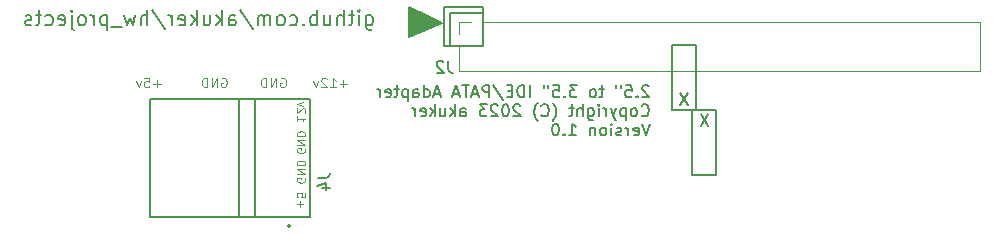
<source format=gbr>
%TF.GenerationSoftware,KiCad,Pcbnew,7.0.1*%
%TF.CreationDate,2023-04-11T11:00:07-05:00*%
%TF.ProjectId,ata_40_to_ata_44_adapter,6174615f-3430-45f7-946f-5f6174615f34,rev?*%
%TF.SameCoordinates,Original*%
%TF.FileFunction,Legend,Bot*%
%TF.FilePolarity,Positive*%
%FSLAX46Y46*%
G04 Gerber Fmt 4.6, Leading zero omitted, Abs format (unit mm)*
G04 Created by KiCad (PCBNEW 7.0.1) date 2023-04-11 11:00:07*
%MOMM*%
%LPD*%
G01*
G04 APERTURE LIST*
%ADD10C,0.150000*%
%ADD11C,0.200000*%
%ADD12C,0.110000*%
%ADD13C,0.100000*%
%ADD14C,0.127000*%
%ADD15C,0.120000*%
%ADD16C,2.700000*%
%ADD17C,1.408000*%
%ADD18R,1.408000X1.408000*%
%ADD19C,2.780000*%
%ADD20R,2.780000X2.780000*%
%ADD21R,1.350000X1.350000*%
%ADD22O,1.350000X1.350000*%
%ADD23R,1.700000X1.700000*%
%ADD24O,1.700000X1.700000*%
G04 APERTURE END LIST*
D10*
X111000000Y-67300000D02*
X113785000Y-67300000D01*
X113785000Y-70120000D01*
X111000000Y-70120000D01*
X111000000Y-67300000D01*
X110500000Y-66800000D02*
X113785000Y-66800000D01*
X113785000Y-70120000D01*
X110500000Y-70120000D01*
X110500000Y-66800000D01*
X110272414Y-68168966D02*
X107472414Y-69368966D01*
X107472414Y-66768966D01*
X110272414Y-68168966D01*
G36*
X110272414Y-68168966D02*
G01*
X107472414Y-69368966D01*
X107472414Y-66768966D01*
X110272414Y-68168966D01*
G37*
D11*
X103866666Y-67513690D02*
X103866666Y-68525595D01*
X103866666Y-68525595D02*
X103926190Y-68644642D01*
X103926190Y-68644642D02*
X103985714Y-68704166D01*
X103985714Y-68704166D02*
X104104761Y-68763690D01*
X104104761Y-68763690D02*
X104283333Y-68763690D01*
X104283333Y-68763690D02*
X104402380Y-68704166D01*
X103866666Y-68287500D02*
X103985714Y-68347023D01*
X103985714Y-68347023D02*
X104223809Y-68347023D01*
X104223809Y-68347023D02*
X104342857Y-68287500D01*
X104342857Y-68287500D02*
X104402380Y-68227976D01*
X104402380Y-68227976D02*
X104461904Y-68108928D01*
X104461904Y-68108928D02*
X104461904Y-67751785D01*
X104461904Y-67751785D02*
X104402380Y-67632738D01*
X104402380Y-67632738D02*
X104342857Y-67573214D01*
X104342857Y-67573214D02*
X104223809Y-67513690D01*
X104223809Y-67513690D02*
X103985714Y-67513690D01*
X103985714Y-67513690D02*
X103866666Y-67573214D01*
X103271428Y-68347023D02*
X103271428Y-67513690D01*
X103271428Y-67097023D02*
X103330952Y-67156547D01*
X103330952Y-67156547D02*
X103271428Y-67216071D01*
X103271428Y-67216071D02*
X103211905Y-67156547D01*
X103211905Y-67156547D02*
X103271428Y-67097023D01*
X103271428Y-67097023D02*
X103271428Y-67216071D01*
X102854762Y-67513690D02*
X102378571Y-67513690D01*
X102676190Y-67097023D02*
X102676190Y-68168452D01*
X102676190Y-68168452D02*
X102616667Y-68287500D01*
X102616667Y-68287500D02*
X102497619Y-68347023D01*
X102497619Y-68347023D02*
X102378571Y-68347023D01*
X101961904Y-68347023D02*
X101961904Y-67097023D01*
X101426190Y-68347023D02*
X101426190Y-67692261D01*
X101426190Y-67692261D02*
X101485714Y-67573214D01*
X101485714Y-67573214D02*
X101604762Y-67513690D01*
X101604762Y-67513690D02*
X101783333Y-67513690D01*
X101783333Y-67513690D02*
X101902381Y-67573214D01*
X101902381Y-67573214D02*
X101961904Y-67632738D01*
X100295238Y-67513690D02*
X100295238Y-68347023D01*
X100830952Y-67513690D02*
X100830952Y-68168452D01*
X100830952Y-68168452D02*
X100771429Y-68287500D01*
X100771429Y-68287500D02*
X100652381Y-68347023D01*
X100652381Y-68347023D02*
X100473810Y-68347023D01*
X100473810Y-68347023D02*
X100354762Y-68287500D01*
X100354762Y-68287500D02*
X100295238Y-68227976D01*
X99700000Y-68347023D02*
X99700000Y-67097023D01*
X99700000Y-67573214D02*
X99580953Y-67513690D01*
X99580953Y-67513690D02*
X99342858Y-67513690D01*
X99342858Y-67513690D02*
X99223810Y-67573214D01*
X99223810Y-67573214D02*
X99164286Y-67632738D01*
X99164286Y-67632738D02*
X99104762Y-67751785D01*
X99104762Y-67751785D02*
X99104762Y-68108928D01*
X99104762Y-68108928D02*
X99164286Y-68227976D01*
X99164286Y-68227976D02*
X99223810Y-68287500D01*
X99223810Y-68287500D02*
X99342858Y-68347023D01*
X99342858Y-68347023D02*
X99580953Y-68347023D01*
X99580953Y-68347023D02*
X99700000Y-68287500D01*
X98569048Y-68227976D02*
X98509525Y-68287500D01*
X98509525Y-68287500D02*
X98569048Y-68347023D01*
X98569048Y-68347023D02*
X98628572Y-68287500D01*
X98628572Y-68287500D02*
X98569048Y-68227976D01*
X98569048Y-68227976D02*
X98569048Y-68347023D01*
X97438096Y-68287500D02*
X97557144Y-68347023D01*
X97557144Y-68347023D02*
X97795239Y-68347023D01*
X97795239Y-68347023D02*
X97914287Y-68287500D01*
X97914287Y-68287500D02*
X97973810Y-68227976D01*
X97973810Y-68227976D02*
X98033334Y-68108928D01*
X98033334Y-68108928D02*
X98033334Y-67751785D01*
X98033334Y-67751785D02*
X97973810Y-67632738D01*
X97973810Y-67632738D02*
X97914287Y-67573214D01*
X97914287Y-67573214D02*
X97795239Y-67513690D01*
X97795239Y-67513690D02*
X97557144Y-67513690D01*
X97557144Y-67513690D02*
X97438096Y-67573214D01*
X96723810Y-68347023D02*
X96842858Y-68287500D01*
X96842858Y-68287500D02*
X96902381Y-68227976D01*
X96902381Y-68227976D02*
X96961905Y-68108928D01*
X96961905Y-68108928D02*
X96961905Y-67751785D01*
X96961905Y-67751785D02*
X96902381Y-67632738D01*
X96902381Y-67632738D02*
X96842858Y-67573214D01*
X96842858Y-67573214D02*
X96723810Y-67513690D01*
X96723810Y-67513690D02*
X96545239Y-67513690D01*
X96545239Y-67513690D02*
X96426191Y-67573214D01*
X96426191Y-67573214D02*
X96366667Y-67632738D01*
X96366667Y-67632738D02*
X96307143Y-67751785D01*
X96307143Y-67751785D02*
X96307143Y-68108928D01*
X96307143Y-68108928D02*
X96366667Y-68227976D01*
X96366667Y-68227976D02*
X96426191Y-68287500D01*
X96426191Y-68287500D02*
X96545239Y-68347023D01*
X96545239Y-68347023D02*
X96723810Y-68347023D01*
X95771429Y-68347023D02*
X95771429Y-67513690D01*
X95771429Y-67632738D02*
X95711906Y-67573214D01*
X95711906Y-67573214D02*
X95592858Y-67513690D01*
X95592858Y-67513690D02*
X95414287Y-67513690D01*
X95414287Y-67513690D02*
X95295239Y-67573214D01*
X95295239Y-67573214D02*
X95235715Y-67692261D01*
X95235715Y-67692261D02*
X95235715Y-68347023D01*
X95235715Y-67692261D02*
X95176191Y-67573214D01*
X95176191Y-67573214D02*
X95057144Y-67513690D01*
X95057144Y-67513690D02*
X94878572Y-67513690D01*
X94878572Y-67513690D02*
X94759525Y-67573214D01*
X94759525Y-67573214D02*
X94700001Y-67692261D01*
X94700001Y-67692261D02*
X94700001Y-68347023D01*
X93211905Y-67037500D02*
X94283334Y-68644642D01*
X92259524Y-68347023D02*
X92259524Y-67692261D01*
X92259524Y-67692261D02*
X92319048Y-67573214D01*
X92319048Y-67573214D02*
X92438096Y-67513690D01*
X92438096Y-67513690D02*
X92676191Y-67513690D01*
X92676191Y-67513690D02*
X92795238Y-67573214D01*
X92259524Y-68287500D02*
X92378572Y-68347023D01*
X92378572Y-68347023D02*
X92676191Y-68347023D01*
X92676191Y-68347023D02*
X92795238Y-68287500D01*
X92795238Y-68287500D02*
X92854762Y-68168452D01*
X92854762Y-68168452D02*
X92854762Y-68049404D01*
X92854762Y-68049404D02*
X92795238Y-67930357D01*
X92795238Y-67930357D02*
X92676191Y-67870833D01*
X92676191Y-67870833D02*
X92378572Y-67870833D01*
X92378572Y-67870833D02*
X92259524Y-67811309D01*
X91664286Y-68347023D02*
X91664286Y-67097023D01*
X91545239Y-67870833D02*
X91188096Y-68347023D01*
X91188096Y-67513690D02*
X91664286Y-67989880D01*
X90116667Y-67513690D02*
X90116667Y-68347023D01*
X90652381Y-67513690D02*
X90652381Y-68168452D01*
X90652381Y-68168452D02*
X90592858Y-68287500D01*
X90592858Y-68287500D02*
X90473810Y-68347023D01*
X90473810Y-68347023D02*
X90295239Y-68347023D01*
X90295239Y-68347023D02*
X90176191Y-68287500D01*
X90176191Y-68287500D02*
X90116667Y-68227976D01*
X89521429Y-68347023D02*
X89521429Y-67097023D01*
X89402382Y-67870833D02*
X89045239Y-68347023D01*
X89045239Y-67513690D02*
X89521429Y-67989880D01*
X88033334Y-68287500D02*
X88152382Y-68347023D01*
X88152382Y-68347023D02*
X88390477Y-68347023D01*
X88390477Y-68347023D02*
X88509524Y-68287500D01*
X88509524Y-68287500D02*
X88569048Y-68168452D01*
X88569048Y-68168452D02*
X88569048Y-67692261D01*
X88569048Y-67692261D02*
X88509524Y-67573214D01*
X88509524Y-67573214D02*
X88390477Y-67513690D01*
X88390477Y-67513690D02*
X88152382Y-67513690D01*
X88152382Y-67513690D02*
X88033334Y-67573214D01*
X88033334Y-67573214D02*
X87973810Y-67692261D01*
X87973810Y-67692261D02*
X87973810Y-67811309D01*
X87973810Y-67811309D02*
X88569048Y-67930357D01*
X87438095Y-68347023D02*
X87438095Y-67513690D01*
X87438095Y-67751785D02*
X87378572Y-67632738D01*
X87378572Y-67632738D02*
X87319048Y-67573214D01*
X87319048Y-67573214D02*
X87200000Y-67513690D01*
X87200000Y-67513690D02*
X87080953Y-67513690D01*
X85771428Y-67037500D02*
X86842857Y-68644642D01*
X85354761Y-68347023D02*
X85354761Y-67097023D01*
X84819047Y-68347023D02*
X84819047Y-67692261D01*
X84819047Y-67692261D02*
X84878571Y-67573214D01*
X84878571Y-67573214D02*
X84997619Y-67513690D01*
X84997619Y-67513690D02*
X85176190Y-67513690D01*
X85176190Y-67513690D02*
X85295238Y-67573214D01*
X85295238Y-67573214D02*
X85354761Y-67632738D01*
X84342857Y-67513690D02*
X84104762Y-68347023D01*
X84104762Y-68347023D02*
X83866667Y-67751785D01*
X83866667Y-67751785D02*
X83628571Y-68347023D01*
X83628571Y-68347023D02*
X83390476Y-67513690D01*
X83211905Y-68466071D02*
X82259524Y-68466071D01*
X81961904Y-67513690D02*
X81961904Y-68763690D01*
X81961904Y-67573214D02*
X81842857Y-67513690D01*
X81842857Y-67513690D02*
X81604762Y-67513690D01*
X81604762Y-67513690D02*
X81485714Y-67573214D01*
X81485714Y-67573214D02*
X81426190Y-67632738D01*
X81426190Y-67632738D02*
X81366666Y-67751785D01*
X81366666Y-67751785D02*
X81366666Y-68108928D01*
X81366666Y-68108928D02*
X81426190Y-68227976D01*
X81426190Y-68227976D02*
X81485714Y-68287500D01*
X81485714Y-68287500D02*
X81604762Y-68347023D01*
X81604762Y-68347023D02*
X81842857Y-68347023D01*
X81842857Y-68347023D02*
X81961904Y-68287500D01*
X80830952Y-68347023D02*
X80830952Y-67513690D01*
X80830952Y-67751785D02*
X80771429Y-67632738D01*
X80771429Y-67632738D02*
X80711905Y-67573214D01*
X80711905Y-67573214D02*
X80592857Y-67513690D01*
X80592857Y-67513690D02*
X80473810Y-67513690D01*
X79878571Y-68347023D02*
X79997619Y-68287500D01*
X79997619Y-68287500D02*
X80057142Y-68227976D01*
X80057142Y-68227976D02*
X80116666Y-68108928D01*
X80116666Y-68108928D02*
X80116666Y-67751785D01*
X80116666Y-67751785D02*
X80057142Y-67632738D01*
X80057142Y-67632738D02*
X79997619Y-67573214D01*
X79997619Y-67573214D02*
X79878571Y-67513690D01*
X79878571Y-67513690D02*
X79700000Y-67513690D01*
X79700000Y-67513690D02*
X79580952Y-67573214D01*
X79580952Y-67573214D02*
X79521428Y-67632738D01*
X79521428Y-67632738D02*
X79461904Y-67751785D01*
X79461904Y-67751785D02*
X79461904Y-68108928D01*
X79461904Y-68108928D02*
X79521428Y-68227976D01*
X79521428Y-68227976D02*
X79580952Y-68287500D01*
X79580952Y-68287500D02*
X79700000Y-68347023D01*
X79700000Y-68347023D02*
X79878571Y-68347023D01*
X78926190Y-67513690D02*
X78926190Y-68585119D01*
X78926190Y-68585119D02*
X78985714Y-68704166D01*
X78985714Y-68704166D02*
X79104762Y-68763690D01*
X79104762Y-68763690D02*
X79164286Y-68763690D01*
X78926190Y-67097023D02*
X78985714Y-67156547D01*
X78985714Y-67156547D02*
X78926190Y-67216071D01*
X78926190Y-67216071D02*
X78866667Y-67156547D01*
X78866667Y-67156547D02*
X78926190Y-67097023D01*
X78926190Y-67097023D02*
X78926190Y-67216071D01*
X77854762Y-68287500D02*
X77973810Y-68347023D01*
X77973810Y-68347023D02*
X78211905Y-68347023D01*
X78211905Y-68347023D02*
X78330952Y-68287500D01*
X78330952Y-68287500D02*
X78390476Y-68168452D01*
X78390476Y-68168452D02*
X78390476Y-67692261D01*
X78390476Y-67692261D02*
X78330952Y-67573214D01*
X78330952Y-67573214D02*
X78211905Y-67513690D01*
X78211905Y-67513690D02*
X77973810Y-67513690D01*
X77973810Y-67513690D02*
X77854762Y-67573214D01*
X77854762Y-67573214D02*
X77795238Y-67692261D01*
X77795238Y-67692261D02*
X77795238Y-67811309D01*
X77795238Y-67811309D02*
X78390476Y-67930357D01*
X76723809Y-68287500D02*
X76842857Y-68347023D01*
X76842857Y-68347023D02*
X77080952Y-68347023D01*
X77080952Y-68347023D02*
X77200000Y-68287500D01*
X77200000Y-68287500D02*
X77259523Y-68227976D01*
X77259523Y-68227976D02*
X77319047Y-68108928D01*
X77319047Y-68108928D02*
X77319047Y-67751785D01*
X77319047Y-67751785D02*
X77259523Y-67632738D01*
X77259523Y-67632738D02*
X77200000Y-67573214D01*
X77200000Y-67573214D02*
X77080952Y-67513690D01*
X77080952Y-67513690D02*
X76842857Y-67513690D01*
X76842857Y-67513690D02*
X76723809Y-67573214D01*
X76366666Y-67513690D02*
X75890475Y-67513690D01*
X76188094Y-67097023D02*
X76188094Y-68168452D01*
X76188094Y-68168452D02*
X76128571Y-68287500D01*
X76128571Y-68287500D02*
X76009523Y-68347023D01*
X76009523Y-68347023D02*
X75890475Y-68347023D01*
X75533332Y-68287500D02*
X75414285Y-68347023D01*
X75414285Y-68347023D02*
X75176189Y-68347023D01*
X75176189Y-68347023D02*
X75057142Y-68287500D01*
X75057142Y-68287500D02*
X74997618Y-68168452D01*
X74997618Y-68168452D02*
X74997618Y-68108928D01*
X74997618Y-68108928D02*
X75057142Y-67989880D01*
X75057142Y-67989880D02*
X75176189Y-67930357D01*
X75176189Y-67930357D02*
X75354761Y-67930357D01*
X75354761Y-67930357D02*
X75473808Y-67870833D01*
X75473808Y-67870833D02*
X75533332Y-67751785D01*
X75533332Y-67751785D02*
X75533332Y-67692261D01*
X75533332Y-67692261D02*
X75473808Y-67573214D01*
X75473808Y-67573214D02*
X75354761Y-67513690D01*
X75354761Y-67513690D02*
X75176189Y-67513690D01*
X75176189Y-67513690D02*
X75057142Y-67573214D01*
D10*
X127809523Y-73532857D02*
X127761904Y-73485238D01*
X127761904Y-73485238D02*
X127666666Y-73437619D01*
X127666666Y-73437619D02*
X127428571Y-73437619D01*
X127428571Y-73437619D02*
X127333333Y-73485238D01*
X127333333Y-73485238D02*
X127285714Y-73532857D01*
X127285714Y-73532857D02*
X127238095Y-73628095D01*
X127238095Y-73628095D02*
X127238095Y-73723333D01*
X127238095Y-73723333D02*
X127285714Y-73866190D01*
X127285714Y-73866190D02*
X127857142Y-74437619D01*
X127857142Y-74437619D02*
X127238095Y-74437619D01*
X126809523Y-74342380D02*
X126761904Y-74390000D01*
X126761904Y-74390000D02*
X126809523Y-74437619D01*
X126809523Y-74437619D02*
X126857142Y-74390000D01*
X126857142Y-74390000D02*
X126809523Y-74342380D01*
X126809523Y-74342380D02*
X126809523Y-74437619D01*
X125857143Y-73437619D02*
X126333333Y-73437619D01*
X126333333Y-73437619D02*
X126380952Y-73913809D01*
X126380952Y-73913809D02*
X126333333Y-73866190D01*
X126333333Y-73866190D02*
X126238095Y-73818571D01*
X126238095Y-73818571D02*
X126000000Y-73818571D01*
X126000000Y-73818571D02*
X125904762Y-73866190D01*
X125904762Y-73866190D02*
X125857143Y-73913809D01*
X125857143Y-73913809D02*
X125809524Y-74009047D01*
X125809524Y-74009047D02*
X125809524Y-74247142D01*
X125809524Y-74247142D02*
X125857143Y-74342380D01*
X125857143Y-74342380D02*
X125904762Y-74390000D01*
X125904762Y-74390000D02*
X126000000Y-74437619D01*
X126000000Y-74437619D02*
X126238095Y-74437619D01*
X126238095Y-74437619D02*
X126333333Y-74390000D01*
X126333333Y-74390000D02*
X126380952Y-74342380D01*
X125428571Y-73437619D02*
X125428571Y-73628095D01*
X125047619Y-73437619D02*
X125047619Y-73628095D01*
X123999999Y-73770952D02*
X123619047Y-73770952D01*
X123857142Y-73437619D02*
X123857142Y-74294761D01*
X123857142Y-74294761D02*
X123809523Y-74390000D01*
X123809523Y-74390000D02*
X123714285Y-74437619D01*
X123714285Y-74437619D02*
X123619047Y-74437619D01*
X123142856Y-74437619D02*
X123238094Y-74390000D01*
X123238094Y-74390000D02*
X123285713Y-74342380D01*
X123285713Y-74342380D02*
X123333332Y-74247142D01*
X123333332Y-74247142D02*
X123333332Y-73961428D01*
X123333332Y-73961428D02*
X123285713Y-73866190D01*
X123285713Y-73866190D02*
X123238094Y-73818571D01*
X123238094Y-73818571D02*
X123142856Y-73770952D01*
X123142856Y-73770952D02*
X122999999Y-73770952D01*
X122999999Y-73770952D02*
X122904761Y-73818571D01*
X122904761Y-73818571D02*
X122857142Y-73866190D01*
X122857142Y-73866190D02*
X122809523Y-73961428D01*
X122809523Y-73961428D02*
X122809523Y-74247142D01*
X122809523Y-74247142D02*
X122857142Y-74342380D01*
X122857142Y-74342380D02*
X122904761Y-74390000D01*
X122904761Y-74390000D02*
X122999999Y-74437619D01*
X122999999Y-74437619D02*
X123142856Y-74437619D01*
X121714284Y-73437619D02*
X121095237Y-73437619D01*
X121095237Y-73437619D02*
X121428570Y-73818571D01*
X121428570Y-73818571D02*
X121285713Y-73818571D01*
X121285713Y-73818571D02*
X121190475Y-73866190D01*
X121190475Y-73866190D02*
X121142856Y-73913809D01*
X121142856Y-73913809D02*
X121095237Y-74009047D01*
X121095237Y-74009047D02*
X121095237Y-74247142D01*
X121095237Y-74247142D02*
X121142856Y-74342380D01*
X121142856Y-74342380D02*
X121190475Y-74390000D01*
X121190475Y-74390000D02*
X121285713Y-74437619D01*
X121285713Y-74437619D02*
X121571427Y-74437619D01*
X121571427Y-74437619D02*
X121666665Y-74390000D01*
X121666665Y-74390000D02*
X121714284Y-74342380D01*
X120666665Y-74342380D02*
X120619046Y-74390000D01*
X120619046Y-74390000D02*
X120666665Y-74437619D01*
X120666665Y-74437619D02*
X120714284Y-74390000D01*
X120714284Y-74390000D02*
X120666665Y-74342380D01*
X120666665Y-74342380D02*
X120666665Y-74437619D01*
X119714285Y-73437619D02*
X120190475Y-73437619D01*
X120190475Y-73437619D02*
X120238094Y-73913809D01*
X120238094Y-73913809D02*
X120190475Y-73866190D01*
X120190475Y-73866190D02*
X120095237Y-73818571D01*
X120095237Y-73818571D02*
X119857142Y-73818571D01*
X119857142Y-73818571D02*
X119761904Y-73866190D01*
X119761904Y-73866190D02*
X119714285Y-73913809D01*
X119714285Y-73913809D02*
X119666666Y-74009047D01*
X119666666Y-74009047D02*
X119666666Y-74247142D01*
X119666666Y-74247142D02*
X119714285Y-74342380D01*
X119714285Y-74342380D02*
X119761904Y-74390000D01*
X119761904Y-74390000D02*
X119857142Y-74437619D01*
X119857142Y-74437619D02*
X120095237Y-74437619D01*
X120095237Y-74437619D02*
X120190475Y-74390000D01*
X120190475Y-74390000D02*
X120238094Y-74342380D01*
X119285713Y-73437619D02*
X119285713Y-73628095D01*
X118904761Y-73437619D02*
X118904761Y-73628095D01*
X117714284Y-74437619D02*
X117714284Y-73437619D01*
X117238094Y-74437619D02*
X117238094Y-73437619D01*
X117238094Y-73437619D02*
X116999999Y-73437619D01*
X116999999Y-73437619D02*
X116857142Y-73485238D01*
X116857142Y-73485238D02*
X116761904Y-73580476D01*
X116761904Y-73580476D02*
X116714285Y-73675714D01*
X116714285Y-73675714D02*
X116666666Y-73866190D01*
X116666666Y-73866190D02*
X116666666Y-74009047D01*
X116666666Y-74009047D02*
X116714285Y-74199523D01*
X116714285Y-74199523D02*
X116761904Y-74294761D01*
X116761904Y-74294761D02*
X116857142Y-74390000D01*
X116857142Y-74390000D02*
X116999999Y-74437619D01*
X116999999Y-74437619D02*
X117238094Y-74437619D01*
X116238094Y-73913809D02*
X115904761Y-73913809D01*
X115761904Y-74437619D02*
X116238094Y-74437619D01*
X116238094Y-74437619D02*
X116238094Y-73437619D01*
X116238094Y-73437619D02*
X115761904Y-73437619D01*
X114619047Y-73390000D02*
X115476189Y-74675714D01*
X114285713Y-74437619D02*
X114285713Y-73437619D01*
X114285713Y-73437619D02*
X113904761Y-73437619D01*
X113904761Y-73437619D02*
X113809523Y-73485238D01*
X113809523Y-73485238D02*
X113761904Y-73532857D01*
X113761904Y-73532857D02*
X113714285Y-73628095D01*
X113714285Y-73628095D02*
X113714285Y-73770952D01*
X113714285Y-73770952D02*
X113761904Y-73866190D01*
X113761904Y-73866190D02*
X113809523Y-73913809D01*
X113809523Y-73913809D02*
X113904761Y-73961428D01*
X113904761Y-73961428D02*
X114285713Y-73961428D01*
X113333332Y-74151904D02*
X112857142Y-74151904D01*
X113428570Y-74437619D02*
X113095237Y-73437619D01*
X113095237Y-73437619D02*
X112761904Y-74437619D01*
X112571427Y-73437619D02*
X111999999Y-73437619D01*
X112285713Y-74437619D02*
X112285713Y-73437619D01*
X111714284Y-74151904D02*
X111238094Y-74151904D01*
X111809522Y-74437619D02*
X111476189Y-73437619D01*
X111476189Y-73437619D02*
X111142856Y-74437619D01*
X110095236Y-74151904D02*
X109619046Y-74151904D01*
X110190474Y-74437619D02*
X109857141Y-73437619D01*
X109857141Y-73437619D02*
X109523808Y-74437619D01*
X108761903Y-74437619D02*
X108761903Y-73437619D01*
X108761903Y-74390000D02*
X108857141Y-74437619D01*
X108857141Y-74437619D02*
X109047617Y-74437619D01*
X109047617Y-74437619D02*
X109142855Y-74390000D01*
X109142855Y-74390000D02*
X109190474Y-74342380D01*
X109190474Y-74342380D02*
X109238093Y-74247142D01*
X109238093Y-74247142D02*
X109238093Y-73961428D01*
X109238093Y-73961428D02*
X109190474Y-73866190D01*
X109190474Y-73866190D02*
X109142855Y-73818571D01*
X109142855Y-73818571D02*
X109047617Y-73770952D01*
X109047617Y-73770952D02*
X108857141Y-73770952D01*
X108857141Y-73770952D02*
X108761903Y-73818571D01*
X107857141Y-74437619D02*
X107857141Y-73913809D01*
X107857141Y-73913809D02*
X107904760Y-73818571D01*
X107904760Y-73818571D02*
X107999998Y-73770952D01*
X107999998Y-73770952D02*
X108190474Y-73770952D01*
X108190474Y-73770952D02*
X108285712Y-73818571D01*
X107857141Y-74390000D02*
X107952379Y-74437619D01*
X107952379Y-74437619D02*
X108190474Y-74437619D01*
X108190474Y-74437619D02*
X108285712Y-74390000D01*
X108285712Y-74390000D02*
X108333331Y-74294761D01*
X108333331Y-74294761D02*
X108333331Y-74199523D01*
X108333331Y-74199523D02*
X108285712Y-74104285D01*
X108285712Y-74104285D02*
X108190474Y-74056666D01*
X108190474Y-74056666D02*
X107952379Y-74056666D01*
X107952379Y-74056666D02*
X107857141Y-74009047D01*
X107380950Y-73770952D02*
X107380950Y-74770952D01*
X107380950Y-73818571D02*
X107285712Y-73770952D01*
X107285712Y-73770952D02*
X107095236Y-73770952D01*
X107095236Y-73770952D02*
X106999998Y-73818571D01*
X106999998Y-73818571D02*
X106952379Y-73866190D01*
X106952379Y-73866190D02*
X106904760Y-73961428D01*
X106904760Y-73961428D02*
X106904760Y-74247142D01*
X106904760Y-74247142D02*
X106952379Y-74342380D01*
X106952379Y-74342380D02*
X106999998Y-74390000D01*
X106999998Y-74390000D02*
X107095236Y-74437619D01*
X107095236Y-74437619D02*
X107285712Y-74437619D01*
X107285712Y-74437619D02*
X107380950Y-74390000D01*
X106619045Y-73770952D02*
X106238093Y-73770952D01*
X106476188Y-73437619D02*
X106476188Y-74294761D01*
X106476188Y-74294761D02*
X106428569Y-74390000D01*
X106428569Y-74390000D02*
X106333331Y-74437619D01*
X106333331Y-74437619D02*
X106238093Y-74437619D01*
X105523807Y-74390000D02*
X105619045Y-74437619D01*
X105619045Y-74437619D02*
X105809521Y-74437619D01*
X105809521Y-74437619D02*
X105904759Y-74390000D01*
X105904759Y-74390000D02*
X105952378Y-74294761D01*
X105952378Y-74294761D02*
X105952378Y-73913809D01*
X105952378Y-73913809D02*
X105904759Y-73818571D01*
X105904759Y-73818571D02*
X105809521Y-73770952D01*
X105809521Y-73770952D02*
X105619045Y-73770952D01*
X105619045Y-73770952D02*
X105523807Y-73818571D01*
X105523807Y-73818571D02*
X105476188Y-73913809D01*
X105476188Y-73913809D02*
X105476188Y-74009047D01*
X105476188Y-74009047D02*
X105952378Y-74104285D01*
X105047616Y-74437619D02*
X105047616Y-73770952D01*
X105047616Y-73961428D02*
X104999997Y-73866190D01*
X104999997Y-73866190D02*
X104952378Y-73818571D01*
X104952378Y-73818571D02*
X104857140Y-73770952D01*
X104857140Y-73770952D02*
X104761902Y-73770952D01*
X127190476Y-75962380D02*
X127238095Y-76010000D01*
X127238095Y-76010000D02*
X127380952Y-76057619D01*
X127380952Y-76057619D02*
X127476190Y-76057619D01*
X127476190Y-76057619D02*
X127619047Y-76010000D01*
X127619047Y-76010000D02*
X127714285Y-75914761D01*
X127714285Y-75914761D02*
X127761904Y-75819523D01*
X127761904Y-75819523D02*
X127809523Y-75629047D01*
X127809523Y-75629047D02*
X127809523Y-75486190D01*
X127809523Y-75486190D02*
X127761904Y-75295714D01*
X127761904Y-75295714D02*
X127714285Y-75200476D01*
X127714285Y-75200476D02*
X127619047Y-75105238D01*
X127619047Y-75105238D02*
X127476190Y-75057619D01*
X127476190Y-75057619D02*
X127380952Y-75057619D01*
X127380952Y-75057619D02*
X127238095Y-75105238D01*
X127238095Y-75105238D02*
X127190476Y-75152857D01*
X126619047Y-76057619D02*
X126714285Y-76010000D01*
X126714285Y-76010000D02*
X126761904Y-75962380D01*
X126761904Y-75962380D02*
X126809523Y-75867142D01*
X126809523Y-75867142D02*
X126809523Y-75581428D01*
X126809523Y-75581428D02*
X126761904Y-75486190D01*
X126761904Y-75486190D02*
X126714285Y-75438571D01*
X126714285Y-75438571D02*
X126619047Y-75390952D01*
X126619047Y-75390952D02*
X126476190Y-75390952D01*
X126476190Y-75390952D02*
X126380952Y-75438571D01*
X126380952Y-75438571D02*
X126333333Y-75486190D01*
X126333333Y-75486190D02*
X126285714Y-75581428D01*
X126285714Y-75581428D02*
X126285714Y-75867142D01*
X126285714Y-75867142D02*
X126333333Y-75962380D01*
X126333333Y-75962380D02*
X126380952Y-76010000D01*
X126380952Y-76010000D02*
X126476190Y-76057619D01*
X126476190Y-76057619D02*
X126619047Y-76057619D01*
X125857142Y-75390952D02*
X125857142Y-76390952D01*
X125857142Y-75438571D02*
X125761904Y-75390952D01*
X125761904Y-75390952D02*
X125571428Y-75390952D01*
X125571428Y-75390952D02*
X125476190Y-75438571D01*
X125476190Y-75438571D02*
X125428571Y-75486190D01*
X125428571Y-75486190D02*
X125380952Y-75581428D01*
X125380952Y-75581428D02*
X125380952Y-75867142D01*
X125380952Y-75867142D02*
X125428571Y-75962380D01*
X125428571Y-75962380D02*
X125476190Y-76010000D01*
X125476190Y-76010000D02*
X125571428Y-76057619D01*
X125571428Y-76057619D02*
X125761904Y-76057619D01*
X125761904Y-76057619D02*
X125857142Y-76010000D01*
X125047618Y-75390952D02*
X124809523Y-76057619D01*
X124571428Y-75390952D02*
X124809523Y-76057619D01*
X124809523Y-76057619D02*
X124904761Y-76295714D01*
X124904761Y-76295714D02*
X124952380Y-76343333D01*
X124952380Y-76343333D02*
X125047618Y-76390952D01*
X124190475Y-76057619D02*
X124190475Y-75390952D01*
X124190475Y-75581428D02*
X124142856Y-75486190D01*
X124142856Y-75486190D02*
X124095237Y-75438571D01*
X124095237Y-75438571D02*
X123999999Y-75390952D01*
X123999999Y-75390952D02*
X123904761Y-75390952D01*
X123571427Y-76057619D02*
X123571427Y-75390952D01*
X123571427Y-75057619D02*
X123619046Y-75105238D01*
X123619046Y-75105238D02*
X123571427Y-75152857D01*
X123571427Y-75152857D02*
X123523808Y-75105238D01*
X123523808Y-75105238D02*
X123571427Y-75057619D01*
X123571427Y-75057619D02*
X123571427Y-75152857D01*
X122666666Y-75390952D02*
X122666666Y-76200476D01*
X122666666Y-76200476D02*
X122714285Y-76295714D01*
X122714285Y-76295714D02*
X122761904Y-76343333D01*
X122761904Y-76343333D02*
X122857142Y-76390952D01*
X122857142Y-76390952D02*
X122999999Y-76390952D01*
X122999999Y-76390952D02*
X123095237Y-76343333D01*
X122666666Y-76010000D02*
X122761904Y-76057619D01*
X122761904Y-76057619D02*
X122952380Y-76057619D01*
X122952380Y-76057619D02*
X123047618Y-76010000D01*
X123047618Y-76010000D02*
X123095237Y-75962380D01*
X123095237Y-75962380D02*
X123142856Y-75867142D01*
X123142856Y-75867142D02*
X123142856Y-75581428D01*
X123142856Y-75581428D02*
X123095237Y-75486190D01*
X123095237Y-75486190D02*
X123047618Y-75438571D01*
X123047618Y-75438571D02*
X122952380Y-75390952D01*
X122952380Y-75390952D02*
X122761904Y-75390952D01*
X122761904Y-75390952D02*
X122666666Y-75438571D01*
X122190475Y-76057619D02*
X122190475Y-75057619D01*
X121761904Y-76057619D02*
X121761904Y-75533809D01*
X121761904Y-75533809D02*
X121809523Y-75438571D01*
X121809523Y-75438571D02*
X121904761Y-75390952D01*
X121904761Y-75390952D02*
X122047618Y-75390952D01*
X122047618Y-75390952D02*
X122142856Y-75438571D01*
X122142856Y-75438571D02*
X122190475Y-75486190D01*
X121428570Y-75390952D02*
X121047618Y-75390952D01*
X121285713Y-75057619D02*
X121285713Y-75914761D01*
X121285713Y-75914761D02*
X121238094Y-76010000D01*
X121238094Y-76010000D02*
X121142856Y-76057619D01*
X121142856Y-76057619D02*
X121047618Y-76057619D01*
X119666665Y-76438571D02*
X119714284Y-76390952D01*
X119714284Y-76390952D02*
X119809522Y-76248095D01*
X119809522Y-76248095D02*
X119857141Y-76152857D01*
X119857141Y-76152857D02*
X119904760Y-76010000D01*
X119904760Y-76010000D02*
X119952379Y-75771904D01*
X119952379Y-75771904D02*
X119952379Y-75581428D01*
X119952379Y-75581428D02*
X119904760Y-75343333D01*
X119904760Y-75343333D02*
X119857141Y-75200476D01*
X119857141Y-75200476D02*
X119809522Y-75105238D01*
X119809522Y-75105238D02*
X119714284Y-74962380D01*
X119714284Y-74962380D02*
X119666665Y-74914761D01*
X118714284Y-75962380D02*
X118761903Y-76010000D01*
X118761903Y-76010000D02*
X118904760Y-76057619D01*
X118904760Y-76057619D02*
X118999998Y-76057619D01*
X118999998Y-76057619D02*
X119142855Y-76010000D01*
X119142855Y-76010000D02*
X119238093Y-75914761D01*
X119238093Y-75914761D02*
X119285712Y-75819523D01*
X119285712Y-75819523D02*
X119333331Y-75629047D01*
X119333331Y-75629047D02*
X119333331Y-75486190D01*
X119333331Y-75486190D02*
X119285712Y-75295714D01*
X119285712Y-75295714D02*
X119238093Y-75200476D01*
X119238093Y-75200476D02*
X119142855Y-75105238D01*
X119142855Y-75105238D02*
X118999998Y-75057619D01*
X118999998Y-75057619D02*
X118904760Y-75057619D01*
X118904760Y-75057619D02*
X118761903Y-75105238D01*
X118761903Y-75105238D02*
X118714284Y-75152857D01*
X118380950Y-76438571D02*
X118333331Y-76390952D01*
X118333331Y-76390952D02*
X118238093Y-76248095D01*
X118238093Y-76248095D02*
X118190474Y-76152857D01*
X118190474Y-76152857D02*
X118142855Y-76010000D01*
X118142855Y-76010000D02*
X118095236Y-75771904D01*
X118095236Y-75771904D02*
X118095236Y-75581428D01*
X118095236Y-75581428D02*
X118142855Y-75343333D01*
X118142855Y-75343333D02*
X118190474Y-75200476D01*
X118190474Y-75200476D02*
X118238093Y-75105238D01*
X118238093Y-75105238D02*
X118333331Y-74962380D01*
X118333331Y-74962380D02*
X118380950Y-74914761D01*
X116904759Y-75152857D02*
X116857140Y-75105238D01*
X116857140Y-75105238D02*
X116761902Y-75057619D01*
X116761902Y-75057619D02*
X116523807Y-75057619D01*
X116523807Y-75057619D02*
X116428569Y-75105238D01*
X116428569Y-75105238D02*
X116380950Y-75152857D01*
X116380950Y-75152857D02*
X116333331Y-75248095D01*
X116333331Y-75248095D02*
X116333331Y-75343333D01*
X116333331Y-75343333D02*
X116380950Y-75486190D01*
X116380950Y-75486190D02*
X116952378Y-76057619D01*
X116952378Y-76057619D02*
X116333331Y-76057619D01*
X115714283Y-75057619D02*
X115619045Y-75057619D01*
X115619045Y-75057619D02*
X115523807Y-75105238D01*
X115523807Y-75105238D02*
X115476188Y-75152857D01*
X115476188Y-75152857D02*
X115428569Y-75248095D01*
X115428569Y-75248095D02*
X115380950Y-75438571D01*
X115380950Y-75438571D02*
X115380950Y-75676666D01*
X115380950Y-75676666D02*
X115428569Y-75867142D01*
X115428569Y-75867142D02*
X115476188Y-75962380D01*
X115476188Y-75962380D02*
X115523807Y-76010000D01*
X115523807Y-76010000D02*
X115619045Y-76057619D01*
X115619045Y-76057619D02*
X115714283Y-76057619D01*
X115714283Y-76057619D02*
X115809521Y-76010000D01*
X115809521Y-76010000D02*
X115857140Y-75962380D01*
X115857140Y-75962380D02*
X115904759Y-75867142D01*
X115904759Y-75867142D02*
X115952378Y-75676666D01*
X115952378Y-75676666D02*
X115952378Y-75438571D01*
X115952378Y-75438571D02*
X115904759Y-75248095D01*
X115904759Y-75248095D02*
X115857140Y-75152857D01*
X115857140Y-75152857D02*
X115809521Y-75105238D01*
X115809521Y-75105238D02*
X115714283Y-75057619D01*
X114999997Y-75152857D02*
X114952378Y-75105238D01*
X114952378Y-75105238D02*
X114857140Y-75057619D01*
X114857140Y-75057619D02*
X114619045Y-75057619D01*
X114619045Y-75057619D02*
X114523807Y-75105238D01*
X114523807Y-75105238D02*
X114476188Y-75152857D01*
X114476188Y-75152857D02*
X114428569Y-75248095D01*
X114428569Y-75248095D02*
X114428569Y-75343333D01*
X114428569Y-75343333D02*
X114476188Y-75486190D01*
X114476188Y-75486190D02*
X115047616Y-76057619D01*
X115047616Y-76057619D02*
X114428569Y-76057619D01*
X114095235Y-75057619D02*
X113476188Y-75057619D01*
X113476188Y-75057619D02*
X113809521Y-75438571D01*
X113809521Y-75438571D02*
X113666664Y-75438571D01*
X113666664Y-75438571D02*
X113571426Y-75486190D01*
X113571426Y-75486190D02*
X113523807Y-75533809D01*
X113523807Y-75533809D02*
X113476188Y-75629047D01*
X113476188Y-75629047D02*
X113476188Y-75867142D01*
X113476188Y-75867142D02*
X113523807Y-75962380D01*
X113523807Y-75962380D02*
X113571426Y-76010000D01*
X113571426Y-76010000D02*
X113666664Y-76057619D01*
X113666664Y-76057619D02*
X113952378Y-76057619D01*
X113952378Y-76057619D02*
X114047616Y-76010000D01*
X114047616Y-76010000D02*
X114095235Y-75962380D01*
X111857140Y-76057619D02*
X111857140Y-75533809D01*
X111857140Y-75533809D02*
X111904759Y-75438571D01*
X111904759Y-75438571D02*
X111999997Y-75390952D01*
X111999997Y-75390952D02*
X112190473Y-75390952D01*
X112190473Y-75390952D02*
X112285711Y-75438571D01*
X111857140Y-76010000D02*
X111952378Y-76057619D01*
X111952378Y-76057619D02*
X112190473Y-76057619D01*
X112190473Y-76057619D02*
X112285711Y-76010000D01*
X112285711Y-76010000D02*
X112333330Y-75914761D01*
X112333330Y-75914761D02*
X112333330Y-75819523D01*
X112333330Y-75819523D02*
X112285711Y-75724285D01*
X112285711Y-75724285D02*
X112190473Y-75676666D01*
X112190473Y-75676666D02*
X111952378Y-75676666D01*
X111952378Y-75676666D02*
X111857140Y-75629047D01*
X111380949Y-76057619D02*
X111380949Y-75057619D01*
X111285711Y-75676666D02*
X110999997Y-76057619D01*
X110999997Y-75390952D02*
X111380949Y-75771904D01*
X110142854Y-75390952D02*
X110142854Y-76057619D01*
X110571425Y-75390952D02*
X110571425Y-75914761D01*
X110571425Y-75914761D02*
X110523806Y-76010000D01*
X110523806Y-76010000D02*
X110428568Y-76057619D01*
X110428568Y-76057619D02*
X110285711Y-76057619D01*
X110285711Y-76057619D02*
X110190473Y-76010000D01*
X110190473Y-76010000D02*
X110142854Y-75962380D01*
X109666663Y-76057619D02*
X109666663Y-75057619D01*
X109571425Y-75676666D02*
X109285711Y-76057619D01*
X109285711Y-75390952D02*
X109666663Y-75771904D01*
X108476187Y-76010000D02*
X108571425Y-76057619D01*
X108571425Y-76057619D02*
X108761901Y-76057619D01*
X108761901Y-76057619D02*
X108857139Y-76010000D01*
X108857139Y-76010000D02*
X108904758Y-75914761D01*
X108904758Y-75914761D02*
X108904758Y-75533809D01*
X108904758Y-75533809D02*
X108857139Y-75438571D01*
X108857139Y-75438571D02*
X108761901Y-75390952D01*
X108761901Y-75390952D02*
X108571425Y-75390952D01*
X108571425Y-75390952D02*
X108476187Y-75438571D01*
X108476187Y-75438571D02*
X108428568Y-75533809D01*
X108428568Y-75533809D02*
X108428568Y-75629047D01*
X108428568Y-75629047D02*
X108904758Y-75724285D01*
X107999996Y-76057619D02*
X107999996Y-75390952D01*
X107999996Y-75581428D02*
X107952377Y-75486190D01*
X107952377Y-75486190D02*
X107904758Y-75438571D01*
X107904758Y-75438571D02*
X107809520Y-75390952D01*
X107809520Y-75390952D02*
X107714282Y-75390952D01*
X127904761Y-76677619D02*
X127571428Y-77677619D01*
X127571428Y-77677619D02*
X127238095Y-76677619D01*
X126523809Y-77630000D02*
X126619047Y-77677619D01*
X126619047Y-77677619D02*
X126809523Y-77677619D01*
X126809523Y-77677619D02*
X126904761Y-77630000D01*
X126904761Y-77630000D02*
X126952380Y-77534761D01*
X126952380Y-77534761D02*
X126952380Y-77153809D01*
X126952380Y-77153809D02*
X126904761Y-77058571D01*
X126904761Y-77058571D02*
X126809523Y-77010952D01*
X126809523Y-77010952D02*
X126619047Y-77010952D01*
X126619047Y-77010952D02*
X126523809Y-77058571D01*
X126523809Y-77058571D02*
X126476190Y-77153809D01*
X126476190Y-77153809D02*
X126476190Y-77249047D01*
X126476190Y-77249047D02*
X126952380Y-77344285D01*
X126047618Y-77677619D02*
X126047618Y-77010952D01*
X126047618Y-77201428D02*
X125999999Y-77106190D01*
X125999999Y-77106190D02*
X125952380Y-77058571D01*
X125952380Y-77058571D02*
X125857142Y-77010952D01*
X125857142Y-77010952D02*
X125761904Y-77010952D01*
X125476189Y-77630000D02*
X125380951Y-77677619D01*
X125380951Y-77677619D02*
X125190475Y-77677619D01*
X125190475Y-77677619D02*
X125095237Y-77630000D01*
X125095237Y-77630000D02*
X125047618Y-77534761D01*
X125047618Y-77534761D02*
X125047618Y-77487142D01*
X125047618Y-77487142D02*
X125095237Y-77391904D01*
X125095237Y-77391904D02*
X125190475Y-77344285D01*
X125190475Y-77344285D02*
X125333332Y-77344285D01*
X125333332Y-77344285D02*
X125428570Y-77296666D01*
X125428570Y-77296666D02*
X125476189Y-77201428D01*
X125476189Y-77201428D02*
X125476189Y-77153809D01*
X125476189Y-77153809D02*
X125428570Y-77058571D01*
X125428570Y-77058571D02*
X125333332Y-77010952D01*
X125333332Y-77010952D02*
X125190475Y-77010952D01*
X125190475Y-77010952D02*
X125095237Y-77058571D01*
X124619046Y-77677619D02*
X124619046Y-77010952D01*
X124619046Y-76677619D02*
X124666665Y-76725238D01*
X124666665Y-76725238D02*
X124619046Y-76772857D01*
X124619046Y-76772857D02*
X124571427Y-76725238D01*
X124571427Y-76725238D02*
X124619046Y-76677619D01*
X124619046Y-76677619D02*
X124619046Y-76772857D01*
X123999999Y-77677619D02*
X124095237Y-77630000D01*
X124095237Y-77630000D02*
X124142856Y-77582380D01*
X124142856Y-77582380D02*
X124190475Y-77487142D01*
X124190475Y-77487142D02*
X124190475Y-77201428D01*
X124190475Y-77201428D02*
X124142856Y-77106190D01*
X124142856Y-77106190D02*
X124095237Y-77058571D01*
X124095237Y-77058571D02*
X123999999Y-77010952D01*
X123999999Y-77010952D02*
X123857142Y-77010952D01*
X123857142Y-77010952D02*
X123761904Y-77058571D01*
X123761904Y-77058571D02*
X123714285Y-77106190D01*
X123714285Y-77106190D02*
X123666666Y-77201428D01*
X123666666Y-77201428D02*
X123666666Y-77487142D01*
X123666666Y-77487142D02*
X123714285Y-77582380D01*
X123714285Y-77582380D02*
X123761904Y-77630000D01*
X123761904Y-77630000D02*
X123857142Y-77677619D01*
X123857142Y-77677619D02*
X123999999Y-77677619D01*
X123238094Y-77010952D02*
X123238094Y-77677619D01*
X123238094Y-77106190D02*
X123190475Y-77058571D01*
X123190475Y-77058571D02*
X123095237Y-77010952D01*
X123095237Y-77010952D02*
X122952380Y-77010952D01*
X122952380Y-77010952D02*
X122857142Y-77058571D01*
X122857142Y-77058571D02*
X122809523Y-77153809D01*
X122809523Y-77153809D02*
X122809523Y-77677619D01*
X121047618Y-77677619D02*
X121619046Y-77677619D01*
X121333332Y-77677619D02*
X121333332Y-76677619D01*
X121333332Y-76677619D02*
X121428570Y-76820476D01*
X121428570Y-76820476D02*
X121523808Y-76915714D01*
X121523808Y-76915714D02*
X121619046Y-76963333D01*
X120619046Y-77582380D02*
X120571427Y-77630000D01*
X120571427Y-77630000D02*
X120619046Y-77677619D01*
X120619046Y-77677619D02*
X120666665Y-77630000D01*
X120666665Y-77630000D02*
X120619046Y-77582380D01*
X120619046Y-77582380D02*
X120619046Y-77677619D01*
X119952380Y-76677619D02*
X119857142Y-76677619D01*
X119857142Y-76677619D02*
X119761904Y-76725238D01*
X119761904Y-76725238D02*
X119714285Y-76772857D01*
X119714285Y-76772857D02*
X119666666Y-76868095D01*
X119666666Y-76868095D02*
X119619047Y-77058571D01*
X119619047Y-77058571D02*
X119619047Y-77296666D01*
X119619047Y-77296666D02*
X119666666Y-77487142D01*
X119666666Y-77487142D02*
X119714285Y-77582380D01*
X119714285Y-77582380D02*
X119761904Y-77630000D01*
X119761904Y-77630000D02*
X119857142Y-77677619D01*
X119857142Y-77677619D02*
X119952380Y-77677619D01*
X119952380Y-77677619D02*
X120047618Y-77630000D01*
X120047618Y-77630000D02*
X120095237Y-77582380D01*
X120095237Y-77582380D02*
X120142856Y-77487142D01*
X120142856Y-77487142D02*
X120190475Y-77296666D01*
X120190475Y-77296666D02*
X120190475Y-77058571D01*
X120190475Y-77058571D02*
X120142856Y-76868095D01*
X120142856Y-76868095D02*
X120095237Y-76772857D01*
X120095237Y-76772857D02*
X120047618Y-76725238D01*
X120047618Y-76725238D02*
X119952380Y-76677619D01*
X131500000Y-81000000D02*
X133500000Y-81000000D01*
X133500000Y-75500000D01*
X131500000Y-75500000D01*
X131500000Y-81000000D01*
X132857142Y-75877619D02*
X132190476Y-76877619D01*
X132190476Y-75877619D02*
X132857142Y-76877619D01*
X131800000Y-70000000D02*
X129800000Y-70000000D01*
X129800000Y-75500000D01*
X131800000Y-75500000D01*
X131800000Y-70000000D01*
X130442857Y-75122380D02*
X131109523Y-74122380D01*
X131109523Y-75122380D02*
X130442857Y-74122380D01*
D12*
X86471428Y-73297333D02*
X85861905Y-73297333D01*
X86166666Y-73602095D02*
X86166666Y-72992571D01*
X85100000Y-72802095D02*
X85480952Y-72802095D01*
X85480952Y-72802095D02*
X85519048Y-73183047D01*
X85519048Y-73183047D02*
X85480952Y-73144952D01*
X85480952Y-73144952D02*
X85404762Y-73106857D01*
X85404762Y-73106857D02*
X85214286Y-73106857D01*
X85214286Y-73106857D02*
X85138095Y-73144952D01*
X85138095Y-73144952D02*
X85100000Y-73183047D01*
X85100000Y-73183047D02*
X85061905Y-73259238D01*
X85061905Y-73259238D02*
X85061905Y-73449714D01*
X85061905Y-73449714D02*
X85100000Y-73525904D01*
X85100000Y-73525904D02*
X85138095Y-73564000D01*
X85138095Y-73564000D02*
X85214286Y-73602095D01*
X85214286Y-73602095D02*
X85404762Y-73602095D01*
X85404762Y-73602095D02*
X85480952Y-73564000D01*
X85480952Y-73564000D02*
X85519048Y-73525904D01*
X84795238Y-73068761D02*
X84604762Y-73602095D01*
X84604762Y-73602095D02*
X84414285Y-73068761D01*
X96628571Y-72840190D02*
X96704761Y-72802095D01*
X96704761Y-72802095D02*
X96819047Y-72802095D01*
X96819047Y-72802095D02*
X96933333Y-72840190D01*
X96933333Y-72840190D02*
X97009523Y-72916380D01*
X97009523Y-72916380D02*
X97047618Y-72992571D01*
X97047618Y-72992571D02*
X97085714Y-73144952D01*
X97085714Y-73144952D02*
X97085714Y-73259238D01*
X97085714Y-73259238D02*
X97047618Y-73411619D01*
X97047618Y-73411619D02*
X97009523Y-73487809D01*
X97009523Y-73487809D02*
X96933333Y-73564000D01*
X96933333Y-73564000D02*
X96819047Y-73602095D01*
X96819047Y-73602095D02*
X96742856Y-73602095D01*
X96742856Y-73602095D02*
X96628571Y-73564000D01*
X96628571Y-73564000D02*
X96590475Y-73525904D01*
X96590475Y-73525904D02*
X96590475Y-73259238D01*
X96590475Y-73259238D02*
X96742856Y-73259238D01*
X96247618Y-73602095D02*
X96247618Y-72802095D01*
X96247618Y-72802095D02*
X95790475Y-73602095D01*
X95790475Y-73602095D02*
X95790475Y-72802095D01*
X95409523Y-73602095D02*
X95409523Y-72802095D01*
X95409523Y-72802095D02*
X95219047Y-72802095D01*
X95219047Y-72802095D02*
X95104761Y-72840190D01*
X95104761Y-72840190D02*
X95028571Y-72916380D01*
X95028571Y-72916380D02*
X94990476Y-72992571D01*
X94990476Y-72992571D02*
X94952380Y-73144952D01*
X94952380Y-73144952D02*
X94952380Y-73259238D01*
X94952380Y-73259238D02*
X94990476Y-73411619D01*
X94990476Y-73411619D02*
X95028571Y-73487809D01*
X95028571Y-73487809D02*
X95104761Y-73564000D01*
X95104761Y-73564000D02*
X95219047Y-73602095D01*
X95219047Y-73602095D02*
X95409523Y-73602095D01*
X102233333Y-73297333D02*
X101623810Y-73297333D01*
X101928571Y-73602095D02*
X101928571Y-72992571D01*
X100823810Y-73602095D02*
X101280953Y-73602095D01*
X101052381Y-73602095D02*
X101052381Y-72802095D01*
X101052381Y-72802095D02*
X101128572Y-72916380D01*
X101128572Y-72916380D02*
X101204762Y-72992571D01*
X101204762Y-72992571D02*
X101280953Y-73030666D01*
X100519048Y-72878285D02*
X100480952Y-72840190D01*
X100480952Y-72840190D02*
X100404762Y-72802095D01*
X100404762Y-72802095D02*
X100214286Y-72802095D01*
X100214286Y-72802095D02*
X100138095Y-72840190D01*
X100138095Y-72840190D02*
X100100000Y-72878285D01*
X100100000Y-72878285D02*
X100061905Y-72954476D01*
X100061905Y-72954476D02*
X100061905Y-73030666D01*
X100061905Y-73030666D02*
X100100000Y-73144952D01*
X100100000Y-73144952D02*
X100557143Y-73602095D01*
X100557143Y-73602095D02*
X100061905Y-73602095D01*
X99795238Y-73068761D02*
X99604762Y-73602095D01*
X99604762Y-73602095D02*
X99414285Y-73068761D01*
X91628571Y-72840190D02*
X91704761Y-72802095D01*
X91704761Y-72802095D02*
X91819047Y-72802095D01*
X91819047Y-72802095D02*
X91933333Y-72840190D01*
X91933333Y-72840190D02*
X92009523Y-72916380D01*
X92009523Y-72916380D02*
X92047618Y-72992571D01*
X92047618Y-72992571D02*
X92085714Y-73144952D01*
X92085714Y-73144952D02*
X92085714Y-73259238D01*
X92085714Y-73259238D02*
X92047618Y-73411619D01*
X92047618Y-73411619D02*
X92009523Y-73487809D01*
X92009523Y-73487809D02*
X91933333Y-73564000D01*
X91933333Y-73564000D02*
X91819047Y-73602095D01*
X91819047Y-73602095D02*
X91742856Y-73602095D01*
X91742856Y-73602095D02*
X91628571Y-73564000D01*
X91628571Y-73564000D02*
X91590475Y-73525904D01*
X91590475Y-73525904D02*
X91590475Y-73259238D01*
X91590475Y-73259238D02*
X91742856Y-73259238D01*
X91247618Y-73602095D02*
X91247618Y-72802095D01*
X91247618Y-72802095D02*
X90790475Y-73602095D01*
X90790475Y-73602095D02*
X90790475Y-72802095D01*
X90409523Y-73602095D02*
X90409523Y-72802095D01*
X90409523Y-72802095D02*
X90219047Y-72802095D01*
X90219047Y-72802095D02*
X90104761Y-72840190D01*
X90104761Y-72840190D02*
X90028571Y-72916380D01*
X90028571Y-72916380D02*
X89990476Y-72992571D01*
X89990476Y-72992571D02*
X89952380Y-73144952D01*
X89952380Y-73144952D02*
X89952380Y-73259238D01*
X89952380Y-73259238D02*
X89990476Y-73411619D01*
X89990476Y-73411619D02*
X90028571Y-73487809D01*
X90028571Y-73487809D02*
X90104761Y-73564000D01*
X90104761Y-73564000D02*
X90219047Y-73602095D01*
X90219047Y-73602095D02*
X90409523Y-73602095D01*
D10*
%TO.C,J4*%
X99779642Y-81248983D02*
X100497021Y-81248983D01*
X100497021Y-81248983D02*
X100640497Y-81201157D01*
X100640497Y-81201157D02*
X100736148Y-81105507D01*
X100736148Y-81105507D02*
X100783973Y-80962031D01*
X100783973Y-80962031D02*
X100783973Y-80866380D01*
X100114419Y-82157664D02*
X100783973Y-82157664D01*
X99731817Y-81918537D02*
X100449196Y-81679411D01*
X100449196Y-81679411D02*
X100449196Y-82301139D01*
D13*
X98026166Y-76049999D02*
X98026166Y-76449999D01*
X98026166Y-76249999D02*
X98726166Y-76249999D01*
X98726166Y-76249999D02*
X98626166Y-76316666D01*
X98626166Y-76316666D02*
X98559500Y-76383333D01*
X98559500Y-76383333D02*
X98526166Y-76449999D01*
X98659500Y-75783332D02*
X98692833Y-75749999D01*
X98692833Y-75749999D02*
X98726166Y-75683332D01*
X98726166Y-75683332D02*
X98726166Y-75516666D01*
X98726166Y-75516666D02*
X98692833Y-75449999D01*
X98692833Y-75449999D02*
X98659500Y-75416666D01*
X98659500Y-75416666D02*
X98592833Y-75383332D01*
X98592833Y-75383332D02*
X98526166Y-75383332D01*
X98526166Y-75383332D02*
X98426166Y-75416666D01*
X98426166Y-75416666D02*
X98026166Y-75816666D01*
X98026166Y-75816666D02*
X98026166Y-75383332D01*
X98492833Y-75149999D02*
X98026166Y-74983332D01*
X98026166Y-74983332D02*
X98492833Y-74816665D01*
X98292833Y-83750000D02*
X98292833Y-83216667D01*
X98026166Y-83483333D02*
X98559500Y-83483333D01*
X98726166Y-82550000D02*
X98726166Y-82883333D01*
X98726166Y-82883333D02*
X98392833Y-82916666D01*
X98392833Y-82916666D02*
X98426166Y-82883333D01*
X98426166Y-82883333D02*
X98459500Y-82816666D01*
X98459500Y-82816666D02*
X98459500Y-82650000D01*
X98459500Y-82650000D02*
X98426166Y-82583333D01*
X98426166Y-82583333D02*
X98392833Y-82550000D01*
X98392833Y-82550000D02*
X98326166Y-82516666D01*
X98326166Y-82516666D02*
X98159500Y-82516666D01*
X98159500Y-82516666D02*
X98092833Y-82550000D01*
X98092833Y-82550000D02*
X98059500Y-82583333D01*
X98059500Y-82583333D02*
X98026166Y-82650000D01*
X98026166Y-82650000D02*
X98026166Y-82816666D01*
X98026166Y-82816666D02*
X98059500Y-82883333D01*
X98059500Y-82883333D02*
X98092833Y-82916666D01*
X98692833Y-78783332D02*
X98726166Y-78849999D01*
X98726166Y-78849999D02*
X98726166Y-78949999D01*
X98726166Y-78949999D02*
X98692833Y-79049999D01*
X98692833Y-79049999D02*
X98626166Y-79116666D01*
X98626166Y-79116666D02*
X98559500Y-79149999D01*
X98559500Y-79149999D02*
X98426166Y-79183332D01*
X98426166Y-79183332D02*
X98326166Y-79183332D01*
X98326166Y-79183332D02*
X98192833Y-79149999D01*
X98192833Y-79149999D02*
X98126166Y-79116666D01*
X98126166Y-79116666D02*
X98059500Y-79049999D01*
X98059500Y-79049999D02*
X98026166Y-78949999D01*
X98026166Y-78949999D02*
X98026166Y-78883332D01*
X98026166Y-78883332D02*
X98059500Y-78783332D01*
X98059500Y-78783332D02*
X98092833Y-78749999D01*
X98092833Y-78749999D02*
X98326166Y-78749999D01*
X98326166Y-78749999D02*
X98326166Y-78883332D01*
X98026166Y-78449999D02*
X98726166Y-78449999D01*
X98726166Y-78449999D02*
X98026166Y-78049999D01*
X98026166Y-78049999D02*
X98726166Y-78049999D01*
X98026166Y-77716666D02*
X98726166Y-77716666D01*
X98726166Y-77716666D02*
X98726166Y-77549999D01*
X98726166Y-77549999D02*
X98692833Y-77449999D01*
X98692833Y-77449999D02*
X98626166Y-77383333D01*
X98626166Y-77383333D02*
X98559500Y-77349999D01*
X98559500Y-77349999D02*
X98426166Y-77316666D01*
X98426166Y-77316666D02*
X98326166Y-77316666D01*
X98326166Y-77316666D02*
X98192833Y-77349999D01*
X98192833Y-77349999D02*
X98126166Y-77383333D01*
X98126166Y-77383333D02*
X98059500Y-77449999D01*
X98059500Y-77449999D02*
X98026166Y-77549999D01*
X98026166Y-77549999D02*
X98026166Y-77716666D01*
X98692833Y-81283332D02*
X98726166Y-81349999D01*
X98726166Y-81349999D02*
X98726166Y-81449999D01*
X98726166Y-81449999D02*
X98692833Y-81549999D01*
X98692833Y-81549999D02*
X98626166Y-81616666D01*
X98626166Y-81616666D02*
X98559500Y-81649999D01*
X98559500Y-81649999D02*
X98426166Y-81683332D01*
X98426166Y-81683332D02*
X98326166Y-81683332D01*
X98326166Y-81683332D02*
X98192833Y-81649999D01*
X98192833Y-81649999D02*
X98126166Y-81616666D01*
X98126166Y-81616666D02*
X98059500Y-81549999D01*
X98059500Y-81549999D02*
X98026166Y-81449999D01*
X98026166Y-81449999D02*
X98026166Y-81383332D01*
X98026166Y-81383332D02*
X98059500Y-81283332D01*
X98059500Y-81283332D02*
X98092833Y-81249999D01*
X98092833Y-81249999D02*
X98326166Y-81249999D01*
X98326166Y-81249999D02*
X98326166Y-81383332D01*
X98026166Y-80949999D02*
X98726166Y-80949999D01*
X98726166Y-80949999D02*
X98026166Y-80549999D01*
X98026166Y-80549999D02*
X98726166Y-80549999D01*
X98026166Y-80216666D02*
X98726166Y-80216666D01*
X98726166Y-80216666D02*
X98726166Y-80049999D01*
X98726166Y-80049999D02*
X98692833Y-79949999D01*
X98692833Y-79949999D02*
X98626166Y-79883333D01*
X98626166Y-79883333D02*
X98559500Y-79849999D01*
X98559500Y-79849999D02*
X98426166Y-79816666D01*
X98426166Y-79816666D02*
X98326166Y-79816666D01*
X98326166Y-79816666D02*
X98192833Y-79849999D01*
X98192833Y-79849999D02*
X98126166Y-79883333D01*
X98126166Y-79883333D02*
X98059500Y-79949999D01*
X98059500Y-79949999D02*
X98026166Y-80049999D01*
X98026166Y-80049999D02*
X98026166Y-80216666D01*
D10*
%TO.C,J2*%
X110833333Y-71362619D02*
X110833333Y-72076904D01*
X110833333Y-72076904D02*
X110880952Y-72219761D01*
X110880952Y-72219761D02*
X110976190Y-72315000D01*
X110976190Y-72315000D02*
X111119047Y-72362619D01*
X111119047Y-72362619D02*
X111214285Y-72362619D01*
X110404761Y-71457857D02*
X110357142Y-71410238D01*
X110357142Y-71410238D02*
X110261904Y-71362619D01*
X110261904Y-71362619D02*
X110023809Y-71362619D01*
X110023809Y-71362619D02*
X109928571Y-71410238D01*
X109928571Y-71410238D02*
X109880952Y-71457857D01*
X109880952Y-71457857D02*
X109833333Y-71553095D01*
X109833333Y-71553095D02*
X109833333Y-71648333D01*
X109833333Y-71648333D02*
X109880952Y-71791190D01*
X109880952Y-71791190D02*
X110452380Y-72362619D01*
X110452380Y-72362619D02*
X109833333Y-72362619D01*
D11*
%TO.C,J4*%
X97450000Y-85350000D02*
G75*
G03*
X97450000Y-85350000I-100000J0D01*
G01*
D14*
X93100000Y-84550000D02*
X94500000Y-84550000D01*
X85600000Y-84550000D02*
X93100000Y-84550000D01*
X99100000Y-84550000D02*
X99100000Y-74550000D01*
X93100000Y-84550000D02*
X93100000Y-74550000D01*
X93100000Y-74550000D02*
X85600000Y-74550000D01*
X94500000Y-84550000D02*
X99100000Y-84550000D01*
X85600000Y-74550000D02*
X85600000Y-84550000D01*
X94500000Y-84550000D02*
X94500000Y-74550000D01*
X94500000Y-74550000D02*
X93100000Y-74550000D01*
X99100000Y-74550000D02*
X94500000Y-74550000D01*
D15*
%TO.C,J2*%
X111725000Y-68060000D02*
X111725000Y-69120000D01*
X113785000Y-68060000D02*
X113785000Y-70120000D01*
X111725000Y-70120000D02*
X111725000Y-72180000D01*
X113785000Y-70120000D02*
X111725000Y-70120000D01*
X155845000Y-68060000D02*
X155845000Y-72180000D01*
X112785000Y-68060000D02*
X111725000Y-68060000D01*
X113785000Y-68060000D02*
X155845000Y-68060000D01*
X111725000Y-72180000D02*
X155845000Y-72180000D01*
%TD*%
%LPC*%
D16*
%TO.C,H2*%
X77100000Y-75702500D03*
%TD*%
%TO.C,H1*%
X156900000Y-75702500D03*
%TD*%
D17*
%TO.C,J4*%
X96900000Y-75800000D03*
X96900000Y-78300000D03*
X96900000Y-80800000D03*
D18*
X96900000Y-83300000D03*
%TD*%
D19*
%TO.C,J3*%
X85560000Y-70900000D03*
X90640000Y-70900000D03*
X95720000Y-70900000D03*
D20*
X100800000Y-70900000D03*
%TD*%
D21*
%TO.C,J2*%
X112785000Y-69120000D03*
D22*
X112785000Y-71120000D03*
X114785000Y-69120000D03*
X114785000Y-71120000D03*
X116785000Y-69120000D03*
X116785000Y-71120000D03*
X118785000Y-69120000D03*
X118785000Y-71120000D03*
X120785000Y-69120000D03*
X120785000Y-71120000D03*
X122785000Y-69120000D03*
X122785000Y-71120000D03*
X124785000Y-69120000D03*
X124785000Y-71120000D03*
X126785000Y-69120000D03*
X126785000Y-71120000D03*
X128785000Y-69120000D03*
X128785000Y-71120000D03*
X130785000Y-69120000D03*
X130785000Y-71120000D03*
X132785000Y-69120000D03*
X132785000Y-71120000D03*
X134785000Y-69120000D03*
X134785000Y-71120000D03*
X136785000Y-69120000D03*
X136785000Y-71120000D03*
X138785000Y-69120000D03*
X138785000Y-71120000D03*
X140785000Y-69120000D03*
X140785000Y-71120000D03*
X142785000Y-69120000D03*
X142785000Y-71120000D03*
X144785000Y-69120000D03*
X144785000Y-71120000D03*
X146785000Y-69120000D03*
X146785000Y-71120000D03*
X148785000Y-69120000D03*
X148785000Y-71120000D03*
X150785000Y-69120000D03*
X150785000Y-71120000D03*
X152785000Y-69120000D03*
X152785000Y-71120000D03*
X154785000Y-69120000D03*
X154785000Y-71120000D03*
%TD*%
D23*
%TO.C,J1*%
X109660000Y-82560000D03*
D24*
X109660000Y-80020000D03*
X112200000Y-82560000D03*
X112200000Y-80020000D03*
X114740000Y-82560000D03*
X114740000Y-80020000D03*
X117280000Y-82560000D03*
X117280000Y-80020000D03*
X119820000Y-82560000D03*
X119820000Y-80020000D03*
X122360000Y-82560000D03*
X122360000Y-80020000D03*
X124900000Y-82560000D03*
X124900000Y-80020000D03*
X127440000Y-82560000D03*
X127440000Y-80020000D03*
X129980000Y-82560000D03*
X129980000Y-80020000D03*
X132520000Y-82560000D03*
X132520000Y-80020000D03*
X135060000Y-82560000D03*
X135060000Y-80020000D03*
X137600000Y-82560000D03*
X137600000Y-80020000D03*
X140140000Y-82560000D03*
X140140000Y-80020000D03*
X142680000Y-82560000D03*
X142680000Y-80020000D03*
X145220000Y-82560000D03*
X145220000Y-80020000D03*
X147760000Y-82560000D03*
X147760000Y-80020000D03*
X150300000Y-82560000D03*
X150300000Y-80020000D03*
X152840000Y-82560000D03*
X152840000Y-80020000D03*
X155380000Y-82560000D03*
X155380000Y-80020000D03*
X157920000Y-82560000D03*
X157920000Y-80020000D03*
%TD*%
M02*

</source>
